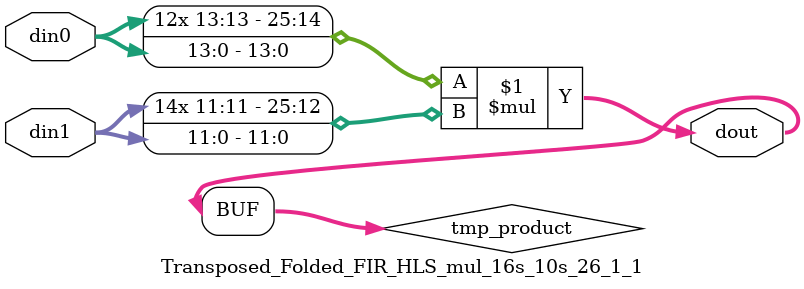
<source format=v>

`timescale 1 ns / 1 ps

 module Transposed_Folded_FIR_HLS_mul_16s_10s_26_1_1(din0, din1, dout);
parameter ID = 1;
parameter NUM_STAGE = 0;
parameter din0_WIDTH = 14;
parameter din1_WIDTH = 12;
parameter dout_WIDTH = 26;

input [din0_WIDTH - 1 : 0] din0; 
input [din1_WIDTH - 1 : 0] din1; 
output [dout_WIDTH - 1 : 0] dout;

wire signed [dout_WIDTH - 1 : 0] tmp_product;



























assign tmp_product = $signed(din0) * $signed(din1);








assign dout = tmp_product;





















endmodule

</source>
